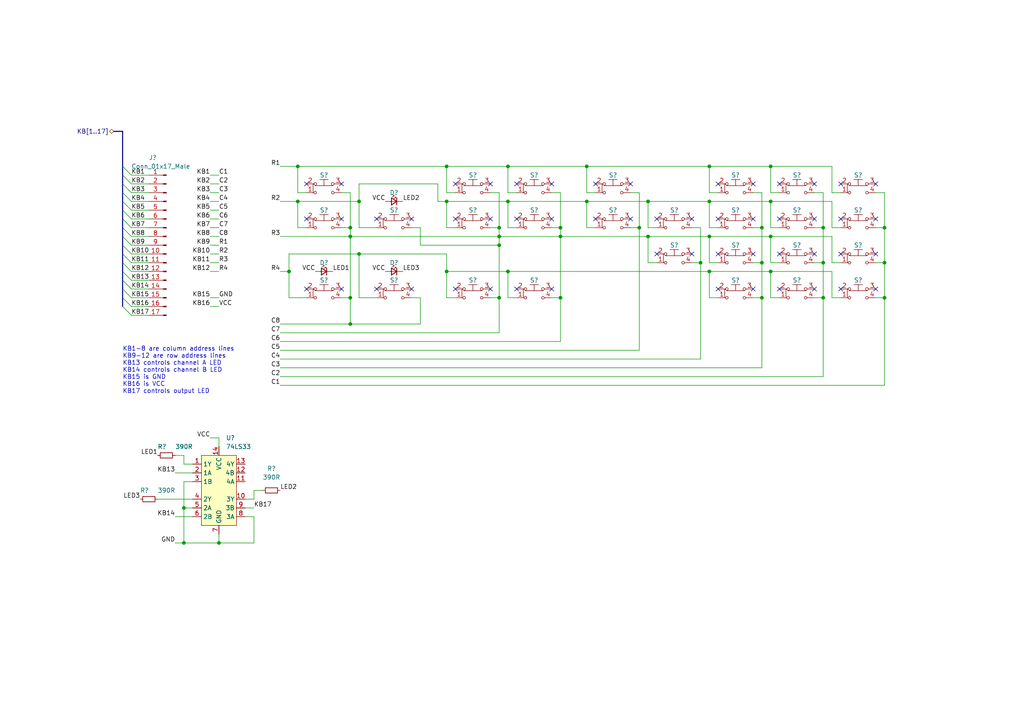
<source format=kicad_sch>
(kicad_sch (version 20211123) (generator eeschema)
  (paper "A4")
  (lib_symbols
    (symbol "Connector:Conn_01x17_Male" (pin_names (offset 1.016) hide)
      (property "Reference" "J" (at 0 22.86 0))
      (property "Value" "Conn_01x17_Male" (at 0 -22.86 0))
      (symbol "Conn_01x17_Male_1_1"
        (pin passive line (at 5.08 20.32 180) (length 3.81) (name "Pin_1") (number "1"))
        (pin passive line (at 5.08 -2.54 180) (length 3.81) (name "Pin_10") (number "10"))
        (pin passive line (at 5.08 -5.08 180) (length 3.81) (name "Pin_11") (number "11"))
        (pin passive line (at 5.08 -7.62 180) (length 3.81) (name "Pin_12") (number "12"))
        (pin passive line (at 5.08 -10.16 180) (length 3.81) (name "Pin_13") (number "13"))
        (pin passive line (at 5.08 -12.7 180) (length 3.81) (name "Pin_14") (number "14"))
        (pin passive line (at 5.08 -15.24 180) (length 3.81) (name "Pin_15") (number "15"))
        (pin passive line (at 5.08 -17.78 180) (length 3.81) (name "Pin_16") (number "16"))
        (pin passive line (at 5.08 -20.32 180) (length 3.81) (name "Pin_17") (number "17"))
        (pin passive line (at 5.08 17.78 180) (length 3.81) (name "Pin_2") (number "2"))
        (pin passive line (at 5.08 15.24 180) (length 3.81) (name "Pin_3") (number "3"))
        (pin passive line (at 5.08 12.7 180) (length 3.81) (name "Pin_4") (number "4"))
        (pin passive line (at 5.08 10.16 180) (length 3.81) (name "Pin_5") (number "5"))
        (pin passive line (at 5.08 7.62 180) (length 3.81) (name "Pin_6") (number "6"))
        (pin passive line (at 5.08 5.08 180) (length 3.81) (name "Pin_7") (number "7"))
        (pin passive line (at 5.08 2.54 180) (length 3.81) (name "Pin_8") (number "8"))
        (pin passive line (at 5.08 0 180) (length 3.81) (name "Pin_9") (number "9"))
      )
    )
    (symbol "Custom:74LS33"
      (property "Reference" "U" (at 0 0 0))
      (property "Value" "74LS33" (at 0 0 0))
      (symbol "74LS33_1_1"
        (pin input line (at 0 -7.62 0) (length 2.54) (name "1Y") (number "1"))
        (pin input line (at 15.24 -17.78 180) (length 2.54) (name "3Y") (number "10"))
        (pin input line (at 15.24 -12.7 180) (length 2.54) (name "4A") (number "11"))
        (pin input line (at 15.24 -10.16 180) (length 2.54) (name "4B") (number "12"))
        (pin input line (at 15.24 -7.62 180) (length 2.54) (name "4Y") (number "13"))
        (pin input line (at 7.62 -2.54 270) (length 2.54) (name "VCC") (number "14"))
        (pin input line (at 0 -10.16 0) (length 2.54) (name "1A") (number "2"))
        (pin input line (at 0 -12.7 0) (length 2.54) (name "1B") (number "3"))
        (pin input line (at 0 -17.78 0) (length 2.54) (name "2Y") (number "4"))
        (pin input line (at 0 -20.32 0) (length 2.54) (name "2A") (number "5"))
        (pin input line (at 0 -22.86 0) (length 2.54) (name "2B") (number "6"))
        (pin input line (at 7.62 -27.94 90) (length 2.54) (name "GND") (number "7"))
        (pin input line (at 15.24 -22.86 180) (length 2.54) (name "3A") (number "8"))
        (pin input line (at 15.24 -20.32 180) (length 2.54) (name "3B") (number "9"))
      )
    )
    (symbol "Custom:SW_Push_SPDT"
      (property "Reference" "S" (at 0 0 0))
      (symbol "SW_Push_SPDT_1_1"
        (pin input line (at -5.08 -5.08 0) (length 2.1) (name "") (number "1"))
        (pin input line (at -5.08 -2.54 0) (length 2.1) (name "") (number "2"))
        (pin input line (at 5.08 -2.54 180) (length 2.1) (name "") (number "3"))
        (pin input line (at 5.08 -5.08 180) (length 2.1) (name "") (number "4"))
      )
    )
    (symbol "Device:LED_Small" (pin_numbers hide) (pin_names (offset 0.254) hide)
      (property "Reference" "D" (at -1.27 3.175 0))
      (property "Value" "LED_Small" (at -4.445 -2.54 0))
      (symbol "LED_Small_1_1"
        (pin passive line (at -2.54 0 0) (length 1.778) (name "K") (number "1"))
        (pin passive line (at 2.54 0 180) (length 1.778) (name "A") (number "2"))
      )
    )
    (symbol "Device:R_Small" (pin_numbers hide) (pin_names (offset 0.254) hide)
      (property "Reference" "R" (at 0.762 0.508 0))
      (property "Value" "R_Small" (at 0.762 -1.016 0))
      (symbol "R_Small_1_1"
        (pin passive line (at 0 2.54 270) (length 0.762) (name "~") (number "1"))
        (pin passive line (at 0 -2.54 90) (length 0.762) (name "~") (number "2"))
      )
    )
    (symbol "SW_Push_SPDT_1"
      (property "Reference" "S" (at 0 0 0))
      (symbol "SW_Push_SPDT_1_1_1"
        (pin input line (at -5.08 -5.08 0) (length 2.1) (name "") (number "1"))
        (pin input line (at -5.08 -2.54 0) (length 2.1) (name "") (number "2"))
        (pin input line (at 5.08 -2.54 180) (length 2.1) (name "") (number "3"))
        (pin input line (at 5.08 -5.08 180) (length 2.1) (name "") (number "4"))
      )
    )
    (symbol "SW_Push_SPDT_10"
      (property "Reference" "S" (at 0 0 0))
      (symbol "SW_Push_SPDT_10_1_1"
        (pin input line (at -5.08 -5.08 0) (length 2.1) (name "") (number "1"))
        (pin input line (at -5.08 -2.54 0) (length 2.1) (name "") (number "2"))
        (pin input line (at 5.08 -2.54 180) (length 2.1) (name "") (number "3"))
        (pin input line (at 5.08 -5.08 180) (length 2.1) (name "") (number "4"))
      )
    )
    (symbol "SW_Push_SPDT_11"
      (property "Reference" "S" (at 0 0 0))
      (symbol "SW_Push_SPDT_11_1_1"
        (pin input line (at -5.08 -5.08 0) (length 2.1) (name "") (number "1"))
        (pin input line (at -5.08 -2.54 0) (length 2.1) (name "") (number "2"))
        (pin input line (at 5.08 -2.54 180) (length 2.1) (name "") (number "3"))
        (pin input line (at 5.08 -5.08 180) (length 2.1) (name "") (number "4"))
      )
    )
    (symbol "SW_Push_SPDT_12"
      (property "Reference" "S" (at 0 0 0))
      (symbol "SW_Push_SPDT_12_1_1"
        (pin input line (at -5.08 -5.08 0) (length 2.1) (name "") (number "1"))
        (pin input line (at -5.08 -2.54 0) (length 2.1) (name "") (number "2"))
        (pin input line (at 5.08 -2.54 180) (length 2.1) (name "") (number "3"))
        (pin input line (at 5.08 -5.08 180) (length 2.1) (name "") (number "4"))
      )
    )
    (symbol "SW_Push_SPDT_13"
      (property "Reference" "S" (at 0 0 0))
      (symbol "SW_Push_SPDT_13_1_1"
        (pin input line (at -5.08 -5.08 0) (length 2.1) (name "") (number "1"))
        (pin input line (at -5.08 -2.54 0) (length 2.1) (name "") (number "2"))
        (pin input line (at 5.08 -2.54 180) (length 2.1) (name "") (number "3"))
        (pin input line (at 5.08 -5.08 180) (length 2.1) (name "") (number "4"))
      )
    )
    (symbol "SW_Push_SPDT_14"
      (property "Reference" "S" (at 0 0 0))
      (symbol "SW_Push_SPDT_14_1_1"
        (pin input line (at -5.08 -5.08 0) (length 2.1) (name "") (number "1"))
        (pin input line (at -5.08 -2.54 0) (length 2.1) (name "") (number "2"))
        (pin input line (at 5.08 -2.54 180) (length 2.1) (name "") (number "3"))
        (pin input line (at 5.08 -5.08 180) (length 2.1) (name "") (number "4"))
      )
    )
    (symbol "SW_Push_SPDT_15"
      (property "Reference" "S" (at 0 0 0))
      (symbol "SW_Push_SPDT_15_1_1"
        (pin input line (at -5.08 -5.08 0) (length 2.1) (name "") (number "1"))
        (pin input line (at -5.08 -2.54 0) (length 2.1) (name "") (number "2"))
        (pin input line (at 5.08 -2.54 180) (length 2.1) (name "") (number "3"))
        (pin input line (at 5.08 -5.08 180) (length 2.1) (name "") (number "4"))
      )
    )
    (symbol "SW_Push_SPDT_16"
      (property "Reference" "S" (at 0 0 0))
      (symbol "SW_Push_SPDT_16_1_1"
        (pin input line (at -5.08 -5.08 0) (length 2.1) (name "") (number "1"))
        (pin input line (at -5.08 -2.54 0) (length 2.1) (name "") (number "2"))
        (pin input line (at 5.08 -2.54 180) (length 2.1) (name "") (number "3"))
        (pin input line (at 5.08 -5.08 180) (length 2.1) (name "") (number "4"))
      )
    )
    (symbol "SW_Push_SPDT_17"
      (property "Reference" "S" (at 0 0 0))
      (symbol "SW_Push_SPDT_17_1_1"
        (pin input line (at -5.08 -5.08 0) (length 2.1) (name "") (number "1"))
        (pin input line (at -5.08 -2.54 0) (length 2.1) (name "") (number "2"))
        (pin input line (at 5.08 -2.54 180) (length 2.1) (name "") (number "3"))
        (pin input line (at 5.08 -5.08 180) (length 2.1) (name "") (number "4"))
      )
    )
    (symbol "SW_Push_SPDT_18"
      (property "Reference" "S" (at 0 0 0))
      (symbol "SW_Push_SPDT_18_1_1"
        (pin input line (at -5.08 -5.08 0) (length 2.1) (name "") (number "1"))
        (pin input line (at -5.08 -2.54 0) (length 2.1) (name "") (number "2"))
        (pin input line (at 5.08 -2.54 180) (length 2.1) (name "") (number "3"))
        (pin input line (at 5.08 -5.08 180) (length 2.1) (name "") (number "4"))
      )
    )
    (symbol "SW_Push_SPDT_19"
      (property "Reference" "S" (at 0 0 0))
      (symbol "SW_Push_SPDT_19_1_1"
        (pin input line (at -5.08 -5.08 0) (length 2.1) (name "") (number "1"))
        (pin input line (at -5.08 -2.54 0) (length 2.1) (name "") (number "2"))
        (pin input line (at 5.08 -2.54 180) (length 2.1) (name "") (number "3"))
        (pin input line (at 5.08 -5.08 180) (length 2.1) (name "") (number "4"))
      )
    )
    (symbol "SW_Push_SPDT_2"
      (property "Reference" "S" (at 0 0 0))
      (symbol "SW_Push_SPDT_2_1_1"
        (pin input line (at -5.08 -5.08 0) (length 2.1) (name "") (number "1"))
        (pin input line (at -5.08 -2.54 0) (length 2.1) (name "") (number "2"))
        (pin input line (at 5.08 -2.54 180) (length 2.1) (name "") (number "3"))
        (pin input line (at 5.08 -5.08 180) (length 2.1) (name "") (number "4"))
      )
    )
    (symbol "SW_Push_SPDT_20"
      (property "Reference" "S" (at 0 0 0))
      (symbol "SW_Push_SPDT_20_1_1"
        (pin input line (at -5.08 -5.08 0) (length 2.1) (name "") (number "1"))
        (pin input line (at -5.08 -2.54 0) (length 2.1) (name "") (number "2"))
        (pin input line (at 5.08 -2.54 180) (length 2.1) (name "") (number "3"))
        (pin input line (at 5.08 -5.08 180) (length 2.1) (name "") (number "4"))
      )
    )
    (symbol "SW_Push_SPDT_21"
      (property "Reference" "S" (at 0 0 0))
      (symbol "SW_Push_SPDT_21_1_1"
        (pin input line (at -5.08 -5.08 0) (length 2.1) (name "") (number "1"))
        (pin input line (at -5.08 -2.54 0) (length 2.1) (name "") (number "2"))
        (pin input line (at 5.08 -2.54 180) (length 2.1) (name "") (number "3"))
        (pin input line (at 5.08 -5.08 180) (length 2.1) (name "") (number "4"))
      )
    )
    (symbol "SW_Push_SPDT_22"
      (property "Reference" "S" (at 0 0 0))
      (symbol "SW_Push_SPDT_22_1_1"
        (pin input line (at -5.08 -5.08 0) (length 2.1) (name "") (number "1"))
        (pin input line (at -5.08 -2.54 0) (length 2.1) (name "") (number "2"))
        (pin input line (at 5.08 -2.54 180) (length 2.1) (name "") (number "3"))
        (pin input line (at 5.08 -5.08 180) (length 2.1) (name "") (number "4"))
      )
    )
    (symbol "SW_Push_SPDT_23"
      (property "Reference" "S" (at 0 0 0))
      (symbol "SW_Push_SPDT_23_1_1"
        (pin input line (at -5.08 -5.08 0) (length 2.1) (name "") (number "1"))
        (pin input line (at -5.08 -2.54 0) (length 2.1) (name "") (number "2"))
        (pin input line (at 5.08 -2.54 180) (length 2.1) (name "") (number "3"))
        (pin input line (at 5.08 -5.08 180) (length 2.1) (name "") (number "4"))
      )
    )
    (symbol "SW_Push_SPDT_24"
      (property "Reference" "S" (at 0 0 0))
      (symbol "SW_Push_SPDT_24_1_1"
        (pin input line (at -5.08 -5.08 0) (length 2.1) (name "") (number "1"))
        (pin input line (at -5.08 -2.54 0) (length 2.1) (name "") (number "2"))
        (pin input line (at 5.08 -2.54 180) (length 2.1) (name "") (number "3"))
        (pin input line (at 5.08 -5.08 180) (length 2.1) (name "") (number "4"))
      )
    )
    (symbol "SW_Push_SPDT_25"
      (property "Reference" "S" (at 0 0 0))
      (symbol "SW_Push_SPDT_25_1_1"
        (pin input line (at -5.08 -5.08 0) (length 2.1) (name "") (number "1"))
        (pin input line (at -5.08 -2.54 0) (length 2.1) (name "") (number "2"))
        (pin input line (at 5.08 -2.54 180) (length 2.1) (name "") (number "3"))
        (pin input line (at 5.08 -5.08 180) (length 2.1) (name "") (number "4"))
      )
    )
    (symbol "SW_Push_SPDT_26"
      (property "Reference" "S" (at 0 0 0))
      (symbol "SW_Push_SPDT_26_1_1"
        (pin input line (at -5.08 -5.08 0) (length 2.1) (name "") (number "1"))
        (pin input line (at -5.08 -2.54 0) (length 2.1) (name "") (number "2"))
        (pin input line (at 5.08 -2.54 180) (length 2.1) (name "") (number "3"))
        (pin input line (at 5.08 -5.08 180) (length 2.1) (name "") (number "4"))
      )
    )
    (symbol "SW_Push_SPDT_3"
      (property "Reference" "S" (at 0 0 0))
      (symbol "SW_Push_SPDT_3_1_1"
        (pin input line (at -5.08 -5.08 0) (length 2.1) (name "") (number "1"))
        (pin input line (at -5.08 -2.54 0) (length 2.1) (name "") (number "2"))
        (pin input line (at 5.08 -2.54 180) (length 2.1) (name "") (number "3"))
        (pin input line (at 5.08 -5.08 180) (length 2.1) (name "") (number "4"))
      )
    )
    (symbol "SW_Push_SPDT_4"
      (property "Reference" "S" (at 0 0 0))
      (symbol "SW_Push_SPDT_4_1_1"
        (pin input line (at -5.08 -5.08 0) (length 2.1) (name "") (number "1"))
        (pin input line (at -5.08 -2.54 0) (length 2.1) (name "") (number "2"))
        (pin input line (at 5.08 -2.54 180) (length 2.1) (name "") (number "3"))
        (pin input line (at 5.08 -5.08 180) (length 2.1) (name "") (number "4"))
      )
    )
    (symbol "SW_Push_SPDT_5"
      (property "Reference" "S" (at 0 0 0))
      (symbol "SW_Push_SPDT_5_1_1"
        (pin input line (at -5.08 -5.08 0) (length 2.1) (name "") (number "1"))
        (pin input line (at -5.08 -2.54 0) (length 2.1) (name "") (number "2"))
        (pin input line (at 5.08 -2.54 180) (length 2.1) (name "") (number "3"))
        (pin input line (at 5.08 -5.08 180) (length 2.1) (name "") (number "4"))
      )
    )
    (symbol "SW_Push_SPDT_6"
      (property "Reference" "S" (at 0 0 0))
      (symbol "SW_Push_SPDT_6_1_1"
        (pin input line (at -5.08 -5.08 0) (length 2.1) (name "") (number "1"))
        (pin input line (at -5.08 -2.54 0) (length 2.1) (name "") (number "2"))
        (pin input line (at 5.08 -2.54 180) (length 2.1) (name "") (number "3"))
        (pin input line (at 5.08 -5.08 180) (length 2.1) (name "") (number "4"))
      )
    )
    (symbol "SW_Push_SPDT_7"
      (property "Reference" "S" (at 0 0 0))
      (symbol "SW_Push_SPDT_7_1_1"
        (pin input line (at -5.08 -5.08 0) (length 2.1) (name "") (number "1"))
        (pin input line (at -5.08 -2.54 0) (length 2.1) (name "") (number "2"))
        (pin input line (at 5.08 -2.54 180) (length 2.1) (name "") (number "3"))
        (pin input line (at 5.08 -5.08 180) (length 2.1) (name "") (number "4"))
      )
    )
    (symbol "SW_Push_SPDT_8"
      (property "Reference" "S" (at 0 0 0))
      (symbol "SW_Push_SPDT_8_1_1"
        (pin input line (at -5.08 -5.08 0) (length 2.1) (name "") (number "1"))
        (pin input line (at -5.08 -2.54 0) (length 2.1) (name "") (number "2"))
        (pin input line (at 5.08 -2.54 180) (length 2.1) (name "") (number "3"))
        (pin input line (at 5.08 -5.08 180) (length 2.1) (name "") (number "4"))
      )
    )
    (symbol "SW_Push_SPDT_9"
      (property "Reference" "S" (at 0 0 0))
      (symbol "SW_Push_SPDT_9_1_1"
        (pin input line (at -5.08 -5.08 0) (length 2.1) (name "") (number "1"))
        (pin input line (at -5.08 -2.54 0) (length 2.1) (name "") (number "2"))
        (pin input line (at 5.08 -2.54 180) (length 2.1) (name "") (number "3"))
        (pin input line (at 5.08 -5.08 180) (length 2.1) (name "") (number "4"))
      )
    )
  )
  (junction (at 187.96 68.58))
  (junction (at 220.98 76.2))
  (junction (at 101.6 66.04))
  (junction (at 238.76 66.04))
  (junction (at 223.52 78.74))
  (junction (at 129.54 48.26))
  (junction (at 104.14 73.66))
  (junction (at 144.78 86.36))
  (junction (at 162.56 86.36))
  (junction (at 53.34 147.32))
  (junction (at 223.52 48.26))
  (junction (at 220.98 86.36))
  (junction (at 83.82 78.74))
  (junction (at 205.74 58.42))
  (junction (at 238.76 76.2))
  (junction (at 63.5 157.48))
  (junction (at 223.52 68.58))
  (junction (at 101.6 68.58))
  (junction (at 256.54 66.04))
  (junction (at 86.36 48.26))
  (junction (at 170.18 58.42))
  (junction (at 223.52 58.42))
  (junction (at 147.32 48.26))
  (junction (at 162.56 68.58))
  (junction (at 187.96 58.42))
  (junction (at 147.32 58.42))
  (junction (at 170.18 48.26))
  (junction (at 144.78 68.58))
  (junction (at 53.34 157.48))
  (junction (at 147.32 78.74))
  (junction (at 144.78 66.04))
  (junction (at 238.76 86.36))
  (junction (at 205.74 78.74))
  (junction (at 220.98 66.04))
  (junction (at 144.78 71.12))
  (junction (at 205.74 48.26))
  (junction (at 203.2 76.2))
  (junction (at 129.54 58.42))
  (junction (at 101.6 86.36))
  (junction (at 129.54 78.74))
  (junction (at 185.42 66.04))
  (junction (at 86.36 58.42))
  (junction (at 101.6 93.98))
  (junction (at 104.14 58.42))
  (junction (at 256.54 86.36))
  (junction (at 205.74 68.58))
  (junction (at 256.54 76.2))
  (junction (at 162.56 66.04))
  (no_connect (at 236.22 73.66))
  (no_connect (at 254 53.34))
  (no_connect (at 149.86 63.5))
  (no_connect (at 149.86 53.34))
  (no_connect (at 132.08 53.34))
  (no_connect (at 132.08 63.5))
  (no_connect (at 88.9 83.82))
  (no_connect (at 88.9 53.34))
  (no_connect (at 88.9 63.5))
  (no_connect (at 149.86 83.82))
  (no_connect (at 132.08 83.82))
  (no_connect (at 109.22 83.82))
  (no_connect (at 109.22 63.5))
  (no_connect (at 208.28 83.82))
  (no_connect (at 172.72 63.5))
  (no_connect (at 190.5 73.66))
  (no_connect (at 190.5 63.5))
  (no_connect (at 172.72 53.34))
  (no_connect (at 226.06 83.82))
  (no_connect (at 226.06 63.5))
  (no_connect (at 226.06 73.66))
  (no_connect (at 226.06 53.34))
  (no_connect (at 208.28 73.66))
  (no_connect (at 208.28 53.34))
  (no_connect (at 208.28 63.5))
  (no_connect (at 243.84 63.5))
  (no_connect (at 243.84 53.34))
  (no_connect (at 243.84 73.66))
  (no_connect (at 243.84 83.82))
  (no_connect (at 99.06 83.82))
  (no_connect (at 218.44 63.5))
  (no_connect (at 119.38 63.5))
  (no_connect (at 200.66 63.5))
  (no_connect (at 182.88 63.5))
  (no_connect (at 236.22 53.34))
  (no_connect (at 160.02 83.82))
  (no_connect (at 218.44 83.82))
  (no_connect (at 99.06 53.34))
  (no_connect (at 200.66 73.66))
  (no_connect (at 218.44 73.66))
  (no_connect (at 142.24 83.82))
  (no_connect (at 142.24 63.5))
  (no_connect (at 254 63.5))
  (no_connect (at 142.24 53.34))
  (no_connect (at 99.06 63.5))
  (no_connect (at 160.02 63.5))
  (no_connect (at 218.44 53.34))
  (no_connect (at 182.88 53.34))
  (no_connect (at 236.22 63.5))
  (no_connect (at 119.38 83.82))
  (no_connect (at 160.02 53.34))
  (no_connect (at 254 83.82))
  (no_connect (at 236.22 83.82))
  (no_connect (at 254 73.66))
  (bus_entry (at 35.56 88.9) (size 2.54 2.54))
  (bus_entry (at 35.56 60.96) (size 2.54 2.54))
  (bus_entry (at 35.56 83.82) (size 2.54 2.54))
  (bus_entry (at 35.56 73.66) (size 2.54 2.54))
  (bus_entry (at 35.56 55.88) (size 2.54 2.54))
  (bus_entry (at 35.56 58.42) (size 2.54 2.54))
  (bus_entry (at 35.56 78.74) (size 2.54 2.54))
  (bus_entry (at 35.56 66.04) (size 2.54 2.54))
  (bus_entry (at 35.56 48.26) (size 2.54 2.54))
  (bus_entry (at 35.56 50.8) (size 2.54 2.54))
  (bus_entry (at 35.56 53.34) (size 2.54 2.54))
  (bus_entry (at 35.56 86.36) (size 2.54 2.54))
  (bus_entry (at 35.56 76.2) (size 2.54 2.54))
  (bus_entry (at 35.56 71.12) (size 2.54 2.54))
  (bus_entry (at 35.56 68.58) (size 2.54 2.54))
  (bus_entry (at 35.56 63.5) (size 2.54 2.54))
  (bus_entry (at 35.56 81.28) (size 2.54 2.54))
  (wire (pts (xy 45.72 144.78) (xy 55.88 144.78)))
  (wire (pts (xy 241.3 78.74) (xy 241.3 86.36)))
  (wire (pts (xy 226.06 76.2) (xy 223.52 76.2)))
  (wire (pts (xy 144.78 68.58) (xy 162.56 68.58)))
  (wire (pts (xy 162.56 68.58) (xy 162.56 86.36)))
  (wire (pts (xy 50.8 157.48) (xy 53.34 157.48)))
  (wire (pts (xy 71.12 147.32) (xy 73.66 147.32)))
  (wire (pts (xy 170.18 58.42) (xy 170.18 66.04)))
  (wire (pts (xy 38.1 66.04) (xy 43.18 66.04)))
  (wire (pts (xy 241.3 66.04) (xy 243.84 66.04)))
  (wire (pts (xy 236.22 86.36) (xy 238.76 86.36)))
  (wire (pts (xy 205.74 68.58) (xy 223.52 68.58)))
  (wire (pts (xy 205.74 58.42) (xy 223.52 58.42)))
  (wire (pts (xy 38.1 83.82) (xy 43.18 83.82)))
  (wire (pts (xy 83.82 73.66) (xy 104.14 73.66)))
  (wire (pts (xy 149.86 66.04) (xy 147.32 66.04)))
  (wire (pts (xy 254 86.36) (xy 256.54 86.36)))
  (wire (pts (xy 241.3 68.58) (xy 241.3 76.2)))
  (wire (pts (xy 142.24 55.88) (xy 144.78 55.88)))
  (wire (pts (xy 236.22 66.04) (xy 238.76 66.04)))
  (wire (pts (xy 38.1 81.28) (xy 43.18 81.28)))
  (wire (pts (xy 60.96 88.9) (xy 63.5 88.9)))
  (wire (pts (xy 99.06 86.36) (xy 101.6 86.36)))
  (wire (pts (xy 172.72 66.04) (xy 170.18 66.04)))
  (wire (pts (xy 109.22 66.04) (xy 104.14 66.04)))
  (wire (pts (xy 147.32 78.74) (xy 147.32 86.36)))
  (wire (pts (xy 218.44 86.36) (xy 220.98 86.36)))
  (wire (pts (xy 104.14 58.42) (xy 104.14 53.34)))
  (wire (pts (xy 254 76.2) (xy 256.54 76.2)))
  (wire (pts (xy 223.52 48.26) (xy 223.52 55.88)))
  (wire (pts (xy 256.54 86.36) (xy 256.54 111.76)))
  (wire (pts (xy 241.3 58.42) (xy 241.3 66.04)))
  (wire (pts (xy 187.96 68.58) (xy 187.96 76.2)))
  (wire (pts (xy 81.28 104.14) (xy 203.2 104.14)))
  (wire (pts (xy 60.96 55.88) (xy 63.5 55.88)))
  (wire (pts (xy 101.6 68.58) (xy 144.78 68.58)))
  (wire (pts (xy 76.2 142.24) (xy 73.66 142.24)))
  (wire (pts (xy 38.1 76.2) (xy 43.18 76.2)))
  (wire (pts (xy 241.3 76.2) (xy 243.84 76.2)))
  (wire (pts (xy 220.98 76.2) (xy 220.98 86.36)))
  (wire (pts (xy 104.14 58.42) (xy 104.14 66.04)))
  (wire (pts (xy 101.6 66.04) (xy 101.6 55.88)))
  (wire (pts (xy 127 53.34) (xy 127 58.42)))
  (wire (pts (xy 53.34 147.32) (xy 55.88 147.32)))
  (wire (pts (xy 86.36 48.26) (xy 86.36 55.88)))
  (wire (pts (xy 223.52 78.74) (xy 223.52 86.36)))
  (bus (pts (xy 35.56 76.2) (xy 35.56 78.74)))
  (wire (pts (xy 190.5 66.04) (xy 187.96 66.04)))
  (wire (pts (xy 256.54 66.04) (xy 256.54 76.2)))
  (wire (pts (xy 104.14 53.34) (xy 127 53.34)))
  (wire (pts (xy 190.5 76.2) (xy 187.96 76.2)))
  (wire (pts (xy 223.52 68.58) (xy 241.3 68.58)))
  (wire (pts (xy 88.9 86.36) (xy 83.82 86.36)))
  (wire (pts (xy 187.96 58.42) (xy 187.96 66.04)))
  (bus (pts (xy 35.56 68.58) (xy 35.56 71.12)))
  (wire (pts (xy 218.44 55.88) (xy 220.98 55.88)))
  (wire (pts (xy 60.96 71.12) (xy 63.5 71.12)))
  (wire (pts (xy 81.28 96.52) (xy 144.78 96.52)))
  (wire (pts (xy 149.86 55.88) (xy 147.32 55.88)))
  (wire (pts (xy 170.18 48.26) (xy 170.18 55.88)))
  (wire (pts (xy 129.54 48.26) (xy 129.54 55.88)))
  (wire (pts (xy 60.96 86.36) (xy 63.5 86.36)))
  (bus (pts (xy 35.56 71.12) (xy 35.56 73.66)))
  (wire (pts (xy 223.52 58.42) (xy 223.52 66.04)))
  (wire (pts (xy 218.44 66.04) (xy 220.98 66.04)))
  (wire (pts (xy 60.96 53.34) (xy 63.5 53.34)))
  (wire (pts (xy 220.98 66.04) (xy 220.98 55.88)))
  (wire (pts (xy 160.02 66.04) (xy 162.56 66.04)))
  (wire (pts (xy 129.54 58.42) (xy 147.32 58.42)))
  (wire (pts (xy 205.74 68.58) (xy 205.74 76.2)))
  (wire (pts (xy 208.28 55.88) (xy 205.74 55.88)))
  (wire (pts (xy 200.66 66.04) (xy 203.2 66.04)))
  (bus (pts (xy 35.56 63.5) (xy 35.56 66.04)))
  (wire (pts (xy 104.14 73.66) (xy 129.54 73.66)))
  (wire (pts (xy 132.08 66.04) (xy 129.54 66.04)))
  (wire (pts (xy 205.74 78.74) (xy 223.52 78.74)))
  (wire (pts (xy 238.76 66.04) (xy 238.76 76.2)))
  (wire (pts (xy 38.1 71.12) (xy 43.18 71.12)))
  (wire (pts (xy 238.76 76.2) (xy 238.76 86.36)))
  (wire (pts (xy 160.02 55.88) (xy 162.56 55.88)))
  (wire (pts (xy 38.1 50.8) (xy 43.18 50.8)))
  (wire (pts (xy 83.82 73.66) (xy 83.82 78.74)))
  (wire (pts (xy 60.96 60.96) (xy 63.5 60.96)))
  (wire (pts (xy 162.56 86.36) (xy 162.56 99.06)))
  (wire (pts (xy 147.32 58.42) (xy 147.32 66.04)))
  (wire (pts (xy 226.06 66.04) (xy 223.52 66.04)))
  (bus (pts (xy 35.56 83.82) (xy 35.56 86.36)))
  (wire (pts (xy 162.56 68.58) (xy 162.56 66.04)))
  (wire (pts (xy 63.5 154.94) (xy 63.5 157.48)))
  (wire (pts (xy 147.32 48.26) (xy 147.32 55.88)))
  (wire (pts (xy 144.78 68.58) (xy 144.78 66.04)))
  (wire (pts (xy 238.76 86.36) (xy 238.76 109.22)))
  (wire (pts (xy 223.52 68.58) (xy 223.52 76.2)))
  (wire (pts (xy 86.36 66.04) (xy 86.36 58.42)))
  (wire (pts (xy 254 66.04) (xy 256.54 66.04)))
  (wire (pts (xy 226.06 86.36) (xy 223.52 86.36)))
  (wire (pts (xy 38.1 60.96) (xy 43.18 60.96)))
  (wire (pts (xy 60.96 68.58) (xy 63.5 68.58)))
  (wire (pts (xy 147.32 48.26) (xy 170.18 48.26)))
  (wire (pts (xy 81.28 58.42) (xy 86.36 58.42)))
  (wire (pts (xy 172.72 55.88) (xy 170.18 55.88)))
  (wire (pts (xy 38.1 63.5) (xy 43.18 63.5)))
  (wire (pts (xy 185.42 66.04) (xy 185.42 101.6)))
  (wire (pts (xy 119.38 86.36) (xy 121.92 86.36)))
  (wire (pts (xy 218.44 76.2) (xy 220.98 76.2)))
  (wire (pts (xy 60.96 73.66) (xy 63.5 73.66)))
  (wire (pts (xy 226.06 55.88) (xy 223.52 55.88)))
  (wire (pts (xy 101.6 68.58) (xy 101.6 86.36)))
  (wire (pts (xy 86.36 48.26) (xy 129.54 48.26)))
  (wire (pts (xy 60.96 78.74) (xy 63.5 78.74)))
  (wire (pts (xy 81.28 68.58) (xy 101.6 68.58)))
  (wire (pts (xy 144.78 86.36) (xy 144.78 96.52)))
  (wire (pts (xy 81.28 106.68) (xy 220.98 106.68)))
  (bus (pts (xy 35.56 81.28) (xy 35.56 83.82)))
  (wire (pts (xy 182.88 66.04) (xy 185.42 66.04)))
  (wire (pts (xy 73.66 149.86) (xy 73.66 157.48)))
  (wire (pts (xy 53.34 134.62) (xy 55.88 134.62)))
  (wire (pts (xy 81.28 109.22) (xy 238.76 109.22)))
  (wire (pts (xy 241.3 48.26) (xy 241.3 55.88)))
  (wire (pts (xy 208.28 86.36) (xy 205.74 86.36)))
  (wire (pts (xy 208.28 66.04) (xy 205.74 66.04)))
  (wire (pts (xy 182.88 55.88) (xy 185.42 55.88)))
  (wire (pts (xy 38.1 91.44) (xy 43.18 91.44)))
  (wire (pts (xy 241.3 86.36) (xy 243.84 86.36)))
  (bus (pts (xy 35.56 58.42) (xy 35.56 60.96)))
  (wire (pts (xy 101.6 68.58) (xy 101.6 66.04)))
  (wire (pts (xy 60.96 63.5) (xy 63.5 63.5)))
  (wire (pts (xy 99.06 66.04) (xy 101.6 66.04)))
  (wire (pts (xy 38.1 86.36) (xy 43.18 86.36)))
  (wire (pts (xy 238.76 66.04) (xy 238.76 55.88)))
  (wire (pts (xy 121.92 66.04) (xy 121.92 71.12)))
  (wire (pts (xy 81.28 48.26) (xy 86.36 48.26)))
  (wire (pts (xy 71.12 149.86) (xy 73.66 149.86)))
  (wire (pts (xy 38.1 58.42) (xy 43.18 58.42)))
  (wire (pts (xy 88.9 55.88) (xy 86.36 55.88)))
  (wire (pts (xy 208.28 76.2) (xy 205.74 76.2)))
  (wire (pts (xy 129.54 78.74) (xy 129.54 86.36)))
  (wire (pts (xy 83.82 78.74) (xy 83.82 86.36)))
  (wire (pts (xy 254 55.88) (xy 256.54 55.88)))
  (wire (pts (xy 109.22 86.36) (xy 104.14 86.36)))
  (wire (pts (xy 81.28 111.76) (xy 256.54 111.76)))
  (bus (pts (xy 35.56 48.26) (xy 35.56 50.8)))
  (wire (pts (xy 81.28 101.6) (xy 185.42 101.6)))
  (wire (pts (xy 63.5 127) (xy 63.5 129.54)))
  (bus (pts (xy 35.56 73.66) (xy 35.56 76.2)))
  (wire (pts (xy 121.92 71.12) (xy 144.78 71.12)))
  (wire (pts (xy 223.52 48.26) (xy 241.3 48.26)))
  (wire (pts (xy 187.96 68.58) (xy 205.74 68.58)))
  (wire (pts (xy 200.66 76.2) (xy 203.2 76.2)))
  (wire (pts (xy 38.1 78.74) (xy 43.18 78.74)))
  (wire (pts (xy 55.88 139.7) (xy 53.34 139.7)))
  (wire (pts (xy 88.9 66.04) (xy 86.36 66.04)))
  (bus (pts (xy 35.56 50.8) (xy 35.56 53.34)))
  (wire (pts (xy 256.54 76.2) (xy 256.54 86.36)))
  (wire (pts (xy 203.2 66.04) (xy 203.2 76.2)))
  (wire (pts (xy 147.32 58.42) (xy 170.18 58.42)))
  (wire (pts (xy 236.22 55.88) (xy 238.76 55.88)))
  (wire (pts (xy 53.34 157.48) (xy 63.5 157.48)))
  (bus (pts (xy 35.56 55.88) (xy 35.56 58.42)))
  (wire (pts (xy 129.54 73.66) (xy 129.54 78.74)))
  (wire (pts (xy 129.54 58.42) (xy 129.54 66.04)))
  (wire (pts (xy 142.24 66.04) (xy 144.78 66.04)))
  (wire (pts (xy 38.1 88.9) (xy 43.18 88.9)))
  (wire (pts (xy 149.86 86.36) (xy 147.32 86.36)))
  (bus (pts (xy 35.56 86.36) (xy 35.56 88.9)))
  (wire (pts (xy 129.54 48.26) (xy 147.32 48.26)))
  (wire (pts (xy 60.96 66.04) (xy 63.5 66.04)))
  (wire (pts (xy 205.74 78.74) (xy 205.74 86.36)))
  (wire (pts (xy 142.24 86.36) (xy 144.78 86.36)))
  (wire (pts (xy 187.96 58.42) (xy 205.74 58.42)))
  (wire (pts (xy 144.78 66.04) (xy 144.78 55.88)))
  (wire (pts (xy 38.1 53.34) (xy 43.18 53.34)))
  (wire (pts (xy 50.8 137.16) (xy 55.88 137.16)))
  (bus (pts (xy 35.56 78.74) (xy 35.56 81.28)))
  (wire (pts (xy 104.14 73.66) (xy 104.14 86.36)))
  (bus (pts (xy 35.56 60.96) (xy 35.56 63.5)))
  (wire (pts (xy 60.96 127) (xy 63.5 127)))
  (wire (pts (xy 205.74 58.42) (xy 205.74 66.04)))
  (wire (pts (xy 121.92 86.36) (xy 121.92 93.98)))
  (wire (pts (xy 53.34 147.32) (xy 53.34 157.48)))
  (wire (pts (xy 203.2 76.2) (xy 203.2 104.14)))
  (wire (pts (xy 144.78 68.58) (xy 144.78 71.12)))
  (wire (pts (xy 38.1 73.66) (xy 43.18 73.66)))
  (wire (pts (xy 162.56 68.58) (xy 187.96 68.58)))
  (wire (pts (xy 223.52 58.42) (xy 241.3 58.42)))
  (wire (pts (xy 50.8 132.08) (xy 53.34 132.08)))
  (wire (pts (xy 205.74 48.26) (xy 205.74 55.88)))
  (wire (pts (xy 205.74 48.26) (xy 223.52 48.26)))
  (wire (pts (xy 81.28 93.98) (xy 101.6 93.98)))
  (wire (pts (xy 220.98 66.04) (xy 220.98 76.2)))
  (wire (pts (xy 81.28 78.74) (xy 83.82 78.74)))
  (wire (pts (xy 185.42 66.04) (xy 185.42 55.88)))
  (wire (pts (xy 241.3 55.88) (xy 243.84 55.88)))
  (wire (pts (xy 256.54 66.04) (xy 256.54 55.88)))
  (wire (pts (xy 86.36 58.42) (xy 104.14 58.42)))
  (wire (pts (xy 38.1 55.88) (xy 43.18 55.88)))
  (wire (pts (xy 162.56 66.04) (xy 162.56 55.88)))
  (wire (pts (xy 129.54 78.74) (xy 147.32 78.74)))
  (bus (pts (xy 35.56 53.34) (xy 35.56 55.88)))
  (wire (pts (xy 50.8 149.86) (xy 55.88 149.86)))
  (wire (pts (xy 223.52 78.74) (xy 241.3 78.74)))
  (wire (pts (xy 63.5 157.48) (xy 73.66 157.48)))
  (bus (pts (xy 35.56 38.1) (xy 35.56 48.26)))
  (wire (pts (xy 60.96 50.8) (xy 63.5 50.8)))
  (wire (pts (xy 144.78 71.12) (xy 144.78 86.36)))
  (wire (pts (xy 60.96 58.42) (xy 63.5 58.42)))
  (wire (pts (xy 99.06 55.88) (xy 101.6 55.88)))
  (wire (pts (xy 53.34 139.7) (xy 53.34 147.32)))
  (wire (pts (xy 132.08 86.36) (xy 129.54 86.36)))
  (wire (pts (xy 81.28 99.06) (xy 162.56 99.06)))
  (bus (pts (xy 33.02 38.1) (xy 35.56 38.1)))
  (wire (pts (xy 127 58.42) (xy 129.54 58.42)))
  (wire (pts (xy 38.1 68.58) (xy 43.18 68.58)))
  (wire (pts (xy 73.66 142.24) (xy 73.66 144.78)))
  (bus (pts (xy 35.56 66.04) (xy 35.56 68.58)))
  (wire (pts (xy 147.32 78.74) (xy 205.74 78.74)))
  (wire (pts (xy 236.22 76.2) (xy 238.76 76.2)))
  (wire (pts (xy 170.18 58.42) (xy 187.96 58.42)))
  (wire (pts (xy 170.18 48.26) (xy 205.74 48.26)))
  (wire (pts (xy 60.96 76.2) (xy 63.5 76.2)))
  (wire (pts (xy 53.34 132.08) (xy 53.34 134.62)))
  (wire (pts (xy 132.08 55.88) (xy 129.54 55.88)))
  (wire (pts (xy 220.98 86.36) (xy 220.98 106.68)))
  (wire (pts (xy 101.6 93.98) (xy 121.92 93.98)))
  (wire (pts (xy 101.6 86.36) (xy 101.6 93.98)))
  (wire (pts (xy 119.38 66.04) (xy 121.92 66.04)))
  (wire (pts (xy 71.12 144.78) (xy 73.66 144.78)))
  (wire (pts (xy 160.02 86.36) (xy 162.56 86.36)))
  (text "KB1-8 are column address lines\nKB9-12 are row address lines\nKB13 controls channel A LED\nKB14 controls channel B LED\nKB15 is GND\nKB16 is VCC\nKB17 controls output LED" (at 35.56 114.3 0) (effects (font (size 1.27 1.27)) (justify left bottom)))
  (label "KB4" (at 60.96 58.42 180))
  (label "KB6" (at 38.1 63.5 0))
  (label "R4" (at 81.28 78.74 180))
  (label "C1" (at 63.5 50.8 0))
  (label "KB2" (at 38.1 53.34 0))
  (label "KB16" (at 60.96 88.9 180))
  (label "KB14" (at 50.8 149.86 180))
  (label "KB11" (at 38.1 76.2 0))
  (label "KB10" (at 38.1 73.66 0))
  (label "KB4" (at 38.1 58.42 0))
  (label "LED3" (at 116.84 78.74 0))
  (label "C5" (at 81.28 101.6 180))
  (label "KB17" (at 73.66 147.32 0))
  (label "KB7" (at 38.1 66.04 0))
  (label "R1" (at 63.5 71.12 0))
  (label "C6" (at 81.28 99.06 180))
  (label "KB13" (at 50.8 137.16 180))
  (label "KB14" (at 38.1 83.82 0))
  (label "KB5" (at 38.1 60.96 0))
  (label "KB8" (at 60.96 68.58 180))
  (label "R1" (at 81.28 48.26 180))
  (label "C5" (at 63.5 60.96 0))
  (label "C2" (at 63.5 53.34 0))
  (label "KB3" (at 38.1 55.88 0))
  (label "KB1" (at 60.96 50.8 180))
  (label "C3" (at 81.28 106.68 180))
  (label "VCC" (at 60.96 127 180))
  (label "C8" (at 81.28 93.98 180))
  (label "KB12" (at 60.96 78.74 180))
  (label "KB6" (at 60.96 63.5 180))
  (label "KB17" (at 38.1 91.44 0))
  (label "LED2" (at 116.84 58.42 0))
  (label "LED1" (at 96.52 78.74 0))
  (label "KB1" (at 38.1 50.8 0))
  (label "KB9" (at 38.1 71.12 0))
  (label "KB11" (at 60.96 76.2 180))
  (label "KB5" (at 60.96 60.96 180))
  (label "LED3" (at 40.64 144.78 180))
  (label "VCC" (at 111.76 58.42 180))
  (label "VCC" (at 111.76 78.74 180))
  (label "R2" (at 63.5 73.66 0))
  (label "GND" (at 50.8 157.48 180))
  (label "C4" (at 81.28 104.14 180))
  (label "LED1" (at 45.72 132.08 180))
  (label "C7" (at 81.28 96.52 180))
  (label "C6" (at 63.5 63.5 0))
  (label "C2" (at 81.28 109.22 180))
  (label "VCC" (at 91.44 78.74 180))
  (label "KB2" (at 60.96 53.34 180))
  (label "C1" (at 81.28 111.76 180))
  (label "KB15" (at 60.96 86.36 180))
  (label "VCC" (at 63.5 88.9 0))
  (label "C3" (at 63.5 55.88 0))
  (label "KB7" (at 60.96 66.04 180))
  (label "KB10" (at 60.96 73.66 180))
  (label "KB12" (at 38.1 78.74 0))
  (label "GND" (at 63.5 86.36 0))
  (label "KB9" (at 60.96 71.12 180))
  (label "C4" (at 63.5 58.42 0))
  (label "KB13" (at 38.1 81.28 0))
  (label "R2" (at 81.28 58.42 180))
  (label "R4" (at 63.5 78.74 0))
  (label "KB15" (at 38.1 86.36 0))
  (label "KB3" (at 60.96 55.88 180))
  (label "C7" (at 63.5 66.04 0))
  (label "KB8" (at 38.1 68.58 0))
  (label "C8" (at 63.5 68.58 0))
  (label "R3" (at 63.5 76.2 0))
  (label "LED2" (at 81.28 142.24 0))
  (label "KB16" (at 38.1 88.9 0))
  (label "R3" (at 81.28 68.58 180))
  (hierarchical_label "KB[1..17]" (shape bidirectional) (at 33.02 38.1 180))
  (symbol (lib_id "Device:LED_Small") (at 93.98 78.74 0) (mirror y) (unit 1)
    (property "Reference" "D?" (at 93.98 76.2 0))
    (property "Value" "LED_Small" (effects hide))
  )
  (symbol (lib_id "Connector:Conn_01x17_Male") (at 48.26 71.12 0) (mirror y) (unit 1)
    (property "Reference" "J?" (at 43.18 45.72 0) (effects (justify right)))
    (property "Value" "Conn_01x17_Male" (at 38.1 48.26 0) (effects (justify right)))
  )
  (symbol (lib_name "SW_Push_SPDT_11") (lib_id "Custom:SW_Push_SPDT") (at 114.3 60.96 0) (unit 1)
    (property "Reference" "S?" (at 114.3 60.96 0))
    (property "Value" "SW_Push_SPDT" (effects hide))
  )
  (symbol (lib_name "SW_Push_SPDT_26") (lib_id "Custom:SW_Push_SPDT") (at 213.36 71.12 0) (unit 1)
    (property "Reference" "S?" (at 213.36 71.12 0))
    (property "Value" "SW_Push_SPDT" (effects hide))
  )
  (symbol (lib_id "Device:LED_Small") (at 114.3 58.42 0) (mirror y) (unit 1)
    (property "Reference" "D?" (at 114.3 55.88 0))
    (property "Value" "LED_Small" (effects hide))
  )
  (symbol (lib_name "SW_Push_SPDT_18") (lib_id "Custom:SW_Push_SPDT") (at 248.92 60.96 0) (unit 1)
    (property "Reference" "S?" (at 248.92 60.96 0))
    (property "Value" "SW_Push_SPDT" (effects hide))
  )
  (symbol (lib_name "SW_Push_SPDT_19") (lib_id "Custom:SW_Push_SPDT") (at 231.14 81.28 0) (unit 1)
    (property "Reference" "S?" (at 231.14 81.28 0))
    (property "Value" "SW_Push_SPDT" (effects hide))
  )
  (symbol (lib_id "Custom:74LS33") (at 55.88 127 0) (unit 1)
    (property "Reference" "U?" (at 65.5194 127 0) (effects (justify left)))
    (property "Value" "74LS33" (at 65.5194 129.54 0) (effects (justify left)))
  )
  (symbol (lib_name "SW_Push_SPDT_8") (lib_id "Custom:SW_Push_SPDT") (at 93.98 81.28 0) (unit 1)
    (property "Reference" "S?" (at 93.98 81.28 0))
    (property "Value" "SW_Push_SPDT" (effects hide))
  )
  (symbol (lib_name "SW_Push_SPDT_22") (lib_id "Custom:SW_Push_SPDT") (at 231.14 60.96 0) (unit 1)
    (property "Reference" "S?" (at 231.14 60.96 0))
    (property "Value" "SW_Push_SPDT" (effects hide))
  )
  (symbol (lib_name "SW_Push_SPDT_2") (lib_id "Custom:SW_Push_SPDT") (at 154.94 50.8 0) (unit 1)
    (property "Reference" "S?" (at 154.94 50.8 0))
    (property "Value" "SW_Push_SPDT" (effects hide))
  )
  (symbol (lib_name "SW_Push_SPDT_4") (lib_id "Custom:SW_Push_SPDT") (at 137.16 60.96 0) (unit 1)
    (property "Reference" "S?" (at 137.16 60.96 0))
    (property "Value" "SW_Push_SPDT" (effects hide))
  )
  (symbol (lib_name "SW_Push_SPDT_7") (lib_id "Custom:SW_Push_SPDT") (at 137.16 81.28 0) (unit 1)
    (property "Reference" "S?" (at 137.16 81.28 0))
    (property "Value" "SW_Push_SPDT" (effects hide))
  )
  (symbol (lib_name "SW_Push_SPDT_14") (lib_id "Custom:SW_Push_SPDT") (at 177.8 60.96 0) (unit 1)
    (property "Reference" "S?" (at 177.8 60.96 0))
    (property "Value" "SW_Push_SPDT" (effects hide))
  )
  (symbol (lib_name "SW_Push_SPDT_20") (lib_id "Custom:SW_Push_SPDT") (at 248.92 71.12 0) (unit 1)
    (property "Reference" "S?" (at 248.92 71.12 0))
    (property "Value" "SW_Push_SPDT" (effects hide))
  )
  (symbol (lib_name "SW_Push_SPDT_24") (lib_id "Custom:SW_Push_SPDT") (at 231.14 50.8 0) (unit 1)
    (property "Reference" "S?" (at 231.14 50.8 0))
    (property "Value" "SW_Push_SPDT" (effects hide))
  )
  (symbol (lib_name "SW_Push_SPDT_6") (lib_id "Custom:SW_Push_SPDT") (at 93.98 60.96 0) (unit 1)
    (property "Reference" "S?" (at 93.98 60.96 0))
    (property "Value" "SW_Push_SPDT" (effects hide))
  )
  (symbol (lib_name "SW_Push_SPDT_16") (lib_id "Custom:SW_Push_SPDT") (at 177.8 50.8 0) (unit 1)
    (property "Reference" "S?" (at 177.8 50.8 0))
    (property "Value" "SW_Push_SPDT" (effects hide))
  )
  (symbol (lib_name "SW_Push_SPDT_9") (lib_id "Custom:SW_Push_SPDT") (at 154.94 81.28 0) (unit 1)
    (property "Reference" "S?" (at 154.94 81.28 0))
    (property "Value" "SW_Push_SPDT" (effects hide))
  )
  (symbol (lib_id "Device:R_Small") (at 48.26 132.08 270) (unit 1)
    (property "Reference" "R?" (at 45.72 129.54 90) (effects (justify left)))
    (property "Value" "390R" (at 50.8 129.54 90) (effects (justify left)))
  )
  (symbol (lib_name "SW_Push_SPDT_3") (lib_id "Custom:SW_Push_SPDT") (at 154.94 60.96 0) (unit 1)
    (property "Reference" "S?" (at 154.94 60.96 0))
    (property "Value" "SW_Push_SPDT" (effects hide))
  )
  (symbol (lib_name "SW_Push_SPDT_13") (lib_id "Custom:SW_Push_SPDT") (at 195.58 71.12 0) (unit 1) (in_bom no)
    (property "Reference" "S?" (at 195.58 71.12 0))
    (property "Value" "SW_Push_SPDT" (effects hide))
    (property "Note 1" "DNP" (effects hide))
  )
  (symbol (lib_id "Custom:SW_Push_SPDT") (at 213.36 50.8 0) (unit 1)
    (property "Reference" "S?" (at 213.36 50.8 0))
    (property "Value" "SW_Push_SPDT" (effects hide))
  )
  (symbol (lib_id "Device:LED_Small") (at 114.3 78.74 0) (mirror y) (unit 1)
    (property "Reference" "D?" (at 114.3 76.2 0))
    (property "Value" "LED_Small" (effects hide))
  )
  (symbol (lib_name "SW_Push_SPDT_21") (lib_id "Custom:SW_Push_SPDT") (at 248.92 81.28 0) (unit 1)
    (property "Reference" "S?" (at 248.92 81.28 0))
    (property "Value" "SW_Push_SPDT" (effects hide))
  )
  (symbol (lib_name "SW_Push_SPDT_5") (lib_id "Custom:SW_Push_SPDT") (at 93.98 50.8 0) (unit 1)
    (property "Reference" "S?" (at 93.98 50.8 0))
    (property "Value" "SW_Push_SPDT" (effects hide))
  )
  (symbol (lib_id "Device:R_Small") (at 43.18 144.78 270) (unit 1)
    (property "Reference" "R?" (at 40.64 142.24 90) (effects (justify left)))
    (property "Value" "390R" (at 45.72 142.24 90) (effects (justify left)))
  )
  (symbol (lib_name "SW_Push_SPDT_10") (lib_id "Custom:SW_Push_SPDT") (at 114.3 81.28 0) (unit 1)
    (property "Reference" "S?" (at 114.3 81.28 0))
    (property "Value" "SW_Push_SPDT" (effects hide))
  )
  (symbol (lib_name "SW_Push_SPDT_25") (lib_id "Custom:SW_Push_SPDT") (at 213.36 60.96 0) (unit 1)
    (property "Reference" "S?" (at 213.36 60.96 0))
    (property "Value" "SW_Push_SPDT" (effects hide))
  )
  (symbol (lib_name "SW_Push_SPDT_12") (lib_id "Custom:SW_Push_SPDT") (at 213.36 81.28 0) (unit 1)
    (property "Reference" "S?" (at 213.36 81.28 0))
    (property "Value" "SW_Push_SPDT" (effects hide))
  )
  (symbol (lib_name "SW_Push_SPDT_17") (lib_id "Custom:SW_Push_SPDT") (at 248.92 50.8 0) (unit 1)
    (property "Reference" "S?" (at 248.92 50.8 0))
    (property "Value" "SW_Push_SPDT" (effects hide))
  )
  (symbol (lib_name "SW_Push_SPDT_1") (lib_id "Custom:SW_Push_SPDT") (at 137.16 50.8 0) (unit 1)
    (property "Reference" "S?" (at 137.16 50.8 0))
    (property "Value" "SW_Push_SPDT" (effects hide))
  )
  (symbol (lib_name "SW_Push_SPDT_23") (lib_id "Custom:SW_Push_SPDT") (at 231.14 71.12 0) (unit 1)
    (property "Reference" "S?" (at 231.14 71.12 0))
    (property "Value" "SW_Push_SPDT" (effects hide))
  )
  (symbol (lib_name "SW_Push_SPDT_15") (lib_id "Custom:SW_Push_SPDT") (at 195.58 60.96 0) (unit 1)
    (property "Reference" "S?" (at 195.58 60.96 0))
    (property "Value" "SW_Push_SPDT" (effects hide))
  )
  (symbol (lib_id "Device:R_Small") (at 78.74 142.24 90) (unit 1)
    (property "Reference" "R?" (at 78.74 135.89 90))
    (property "Value" "390R" (at 78.74 138.43 90))
  )
)
</source>
